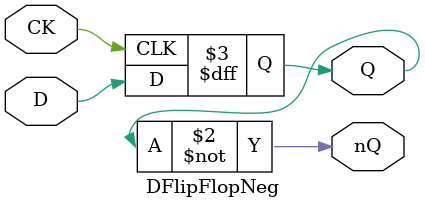
<source format=v>
module DFlipFlopNeg(D, CK, Q, nQ);

	input D, CK;
	output reg Q; 
	output nQ;
	
	always @ (negedge CK)begin
	
	 Q <= D;
	 
	 end
	 
	 not(nQ, Q);
	 
endmodule
</source>
